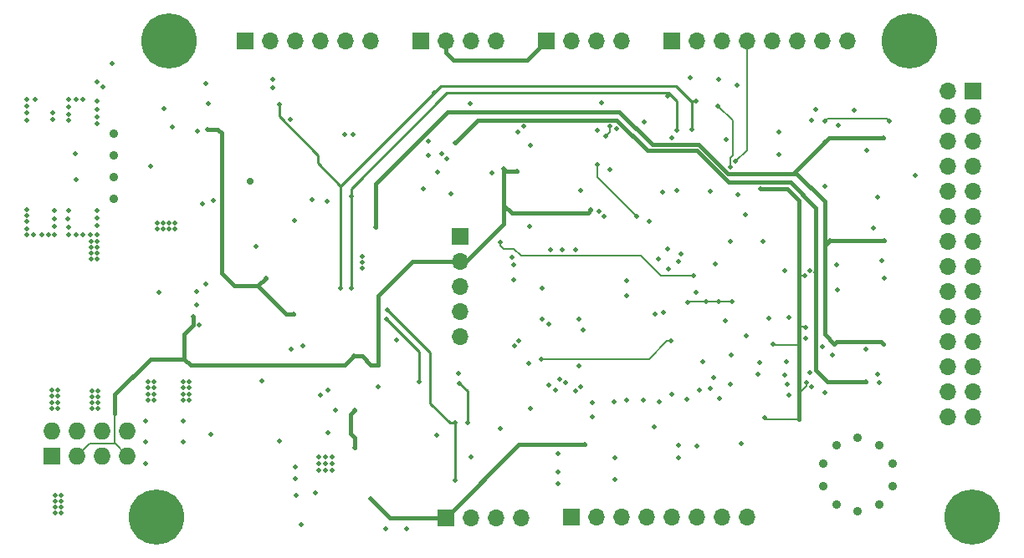
<source format=gbr>
G04 #@! TF.GenerationSoftware,KiCad,Pcbnew,5.99.0+really5.1.12+dfsg1-1*
G04 #@! TF.CreationDate,2022-02-16T13:53:17+08:00*
G04 #@! TF.ProjectId,PSLab,50534c61-622e-46b6-9963-61645f706362,v6.0-beta*
G04 #@! TF.SameCoordinates,Original*
G04 #@! TF.FileFunction,Copper,L3,Inr*
G04 #@! TF.FilePolarity,Positive*
%FSLAX46Y46*%
G04 Gerber Fmt 4.6, Leading zero omitted, Abs format (unit mm)*
G04 Created by KiCad (PCBNEW 5.99.0+really5.1.12+dfsg1-1) date 2022-02-16 13:53:17*
%MOMM*%
%LPD*%
G01*
G04 APERTURE LIST*
G04 #@! TA.AperFunction,ComponentPad*
%ADD10R,1.727200X1.727200*%
G04 #@! TD*
G04 #@! TA.AperFunction,ComponentPad*
%ADD11O,1.727200X1.727200*%
G04 #@! TD*
G04 #@! TA.AperFunction,ComponentPad*
%ADD12O,1.700000X1.700000*%
G04 #@! TD*
G04 #@! TA.AperFunction,ComponentPad*
%ADD13R,1.700000X1.700000*%
G04 #@! TD*
G04 #@! TA.AperFunction,ComponentPad*
%ADD14C,5.600000*%
G04 #@! TD*
G04 #@! TA.AperFunction,ViaPad*
%ADD15C,0.500000*%
G04 #@! TD*
G04 #@! TA.AperFunction,ViaPad*
%ADD16C,0.914400*%
G04 #@! TD*
G04 #@! TA.AperFunction,ViaPad*
%ADD17C,0.700000*%
G04 #@! TD*
G04 #@! TA.AperFunction,Conductor*
%ADD18C,0.400000*%
G04 #@! TD*
G04 #@! TA.AperFunction,Conductor*
%ADD19C,0.150000*%
G04 #@! TD*
G04 #@! TA.AperFunction,Conductor*
%ADD20C,0.200000*%
G04 #@! TD*
G04 #@! TA.AperFunction,Conductor*
%ADD21C,0.250000*%
G04 #@! TD*
G04 APERTURE END LIST*
D10*
X103365500Y-91237000D03*
D11*
X103365500Y-88697000D03*
X105905500Y-91237000D03*
X105905500Y-88697000D03*
X108445500Y-91237000D03*
X108445500Y-88697000D03*
X110985500Y-91237000D03*
X110985500Y-88697000D03*
D12*
X144660000Y-79172000D03*
X144660000Y-76632000D03*
X144660000Y-74092000D03*
X144660000Y-71552000D03*
D13*
X144660000Y-69012000D03*
D14*
X113940000Y-97440000D03*
X190150000Y-49200000D03*
X115210000Y-49190000D03*
X196480000Y-97430000D03*
D13*
X196520000Y-54280000D03*
D12*
X193980000Y-54280000D03*
X196520000Y-56820000D03*
X193980000Y-56820000D03*
X196520000Y-59360000D03*
X193980000Y-59360000D03*
X196520000Y-61900000D03*
X193980000Y-61900000D03*
X196520000Y-64440000D03*
X193980000Y-64440000D03*
X196520000Y-66980000D03*
X193980000Y-66980000D03*
X196520000Y-69520000D03*
X193980000Y-69520000D03*
X196520000Y-72060000D03*
X193980000Y-72060000D03*
X196520000Y-74600000D03*
X193980000Y-74600000D03*
X196520000Y-77140000D03*
X193980000Y-77140000D03*
X196520000Y-79680000D03*
X193980000Y-79680000D03*
X196520000Y-82220000D03*
X193980000Y-82220000D03*
X196520000Y-84760000D03*
X193980000Y-84760000D03*
X196520000Y-87300000D03*
X193980000Y-87300000D03*
D13*
X166040000Y-49200000D03*
D12*
X168580000Y-49200000D03*
X171120000Y-49200000D03*
X173660000Y-49200000D03*
X176200000Y-49200000D03*
X178740000Y-49200000D03*
X181280000Y-49200000D03*
X183820000Y-49200000D03*
X173660000Y-97460000D03*
X171120000Y-97460000D03*
X168580000Y-97460000D03*
X166040000Y-97460000D03*
X163500000Y-97460000D03*
X160960000Y-97460000D03*
X158420000Y-97460000D03*
D13*
X155880000Y-97460000D03*
X140640000Y-49200000D03*
D12*
X143180000Y-49200000D03*
X145720000Y-49200000D03*
X148260000Y-49200000D03*
D13*
X153340000Y-49200000D03*
D12*
X155880000Y-49200000D03*
X158420000Y-49200000D03*
X160960000Y-49200000D03*
X150800000Y-97494000D03*
X148260000Y-97494000D03*
X145720000Y-97494000D03*
D13*
X143180000Y-97494000D03*
X122860000Y-49200000D03*
D12*
X125400000Y-49200000D03*
X127940000Y-49200000D03*
X130480000Y-49200000D03*
X133020000Y-49200000D03*
X135560000Y-49200000D03*
D15*
X157259002Y-90112000D03*
X125000000Y-73200000D03*
X135600000Y-95600000D03*
X134000000Y-90400000D03*
X134000000Y-86600000D03*
X127813000Y-76822506D03*
X119050000Y-58134257D03*
X150068352Y-71849241D03*
X141412128Y-60787872D03*
X142800000Y-60600000D03*
X180250000Y-84250000D03*
X167000000Y-70750000D03*
X162500000Y-67000000D03*
X180000000Y-72500000D03*
X158500000Y-61750000D03*
X151100000Y-57824990D03*
X117950000Y-75950000D03*
X166738500Y-91427500D03*
X153811558Y-70320697D03*
X145700000Y-55500000D03*
X166738500Y-90157500D03*
X154991000Y-70345500D03*
X142350000Y-62450000D03*
X143300000Y-61100000D03*
X177750000Y-84000000D03*
X170500000Y-71750000D03*
X177500000Y-72500000D03*
X168250000Y-73000000D03*
X148700000Y-69600000D03*
X150500000Y-58400000D03*
X118250000Y-77950000D03*
X172516992Y-61392000D03*
X170750000Y-55750000D03*
X172000000Y-62000000D03*
X172750000Y-64750000D03*
X172000000Y-69474979D03*
X185700000Y-80400000D03*
X187100000Y-83800000D03*
X186460000Y-68170000D03*
X187310000Y-71470000D03*
X116637004Y-87681000D03*
X184500000Y-56200000D03*
X180600000Y-56100000D03*
X188074512Y-57328000D03*
X181534000Y-57327996D03*
X116637000Y-89840000D03*
X180200000Y-57200000D03*
X164400000Y-76900000D03*
X185788500Y-60249000D03*
X161468000Y-73457000D03*
X159817000Y-62217496D03*
X151700000Y-68000000D03*
X117970500Y-74536500D03*
X149900000Y-71100000D03*
X152900000Y-81400000D03*
X166000000Y-79600000D03*
X127559000Y-80442000D03*
X152959000Y-77330500D03*
D16*
X109620000Y-58534501D03*
D15*
X128000000Y-92400000D03*
X131260000Y-88860000D03*
X108500000Y-53800000D03*
X105800000Y-63200000D03*
X107900000Y-53300000D03*
X105700000Y-60600000D03*
X115500000Y-57900000D03*
X118095950Y-58300010D03*
D16*
X109637000Y-62991500D03*
D15*
X118600000Y-65700000D03*
D16*
X109637000Y-60771500D03*
D15*
X119651746Y-65355366D03*
X168900000Y-84600000D03*
X165212074Y-76657575D03*
X154546500Y-92888000D03*
X153594000Y-84094000D03*
X154546500Y-90983000D03*
X154265316Y-84596501D03*
X164760000Y-85720000D03*
X163160000Y-85620000D03*
X161510000Y-85620000D03*
X160210000Y-85720000D03*
X118900000Y-73800000D03*
X172000000Y-84000000D03*
X156700000Y-82100000D03*
X156800000Y-84200000D03*
X167600000Y-85500000D03*
X151600000Y-81900000D03*
X150101500Y-73393500D03*
X150183142Y-80072418D03*
X182900000Y-57700000D03*
X166100000Y-59000000D03*
X163300000Y-57400000D03*
X170000000Y-64400000D03*
X171600000Y-59200000D03*
X136322000Y-82029500D03*
X149086000Y-62154500D03*
X157860000Y-66320000D03*
X133860000Y-81120000D03*
X150400000Y-62400000D03*
X117650000Y-77100000D03*
X160324998Y-91427500D03*
X156297641Y-84612493D03*
X154740326Y-83507176D03*
X144100000Y-93700000D03*
X144132016Y-87872000D03*
X166549619Y-58218619D03*
X165675010Y-54800000D03*
X137300000Y-76400000D03*
X133600000Y-74200000D03*
X133600000Y-64900000D03*
X175056500Y-64122000D03*
X179700000Y-83800000D03*
X176300000Y-79900000D03*
X167700000Y-75700000D03*
X169500000Y-75600000D03*
X170800000Y-75600000D03*
X179600000Y-78200000D03*
X175500000Y-87400000D03*
X172200000Y-75600000D03*
X179540372Y-72959628D03*
X159800000Y-57800000D03*
X159400000Y-58800000D03*
X145402500Y-87871500D03*
X144600000Y-83875010D03*
X132575500Y-74224500D03*
X137200000Y-77400000D03*
X140500000Y-83700000D03*
X142036998Y-54407000D03*
X126335500Y-55600000D03*
X168120116Y-58138118D03*
X168500000Y-55250000D03*
X185725000Y-83680500D03*
X180645000Y-66091000D03*
X144155000Y-59500000D03*
X180643720Y-72590220D03*
X181534000Y-59423500D03*
X187503000Y-79870500D03*
X187503000Y-58979000D03*
X136100000Y-68100000D03*
X182486500Y-79870506D03*
X182038390Y-69393000D03*
X187535010Y-69393000D03*
X160324998Y-93586500D03*
X155314960Y-83811004D03*
X158737504Y-66472000D03*
X159200000Y-67000000D03*
X166600000Y-64300000D03*
X165100000Y-64500000D03*
X177900000Y-77200000D03*
X177700000Y-81700000D03*
X112827000Y-89776500D03*
X112827000Y-87681000D03*
X108000000Y-86450000D03*
X108000000Y-85850000D03*
X107400000Y-84650000D03*
X108000000Y-85250000D03*
X107400000Y-85850000D03*
X107400000Y-86450000D03*
X108000000Y-84650000D03*
X107400000Y-85250000D03*
X117250000Y-85550000D03*
X117250000Y-84950000D03*
X116650000Y-83750000D03*
X117250000Y-84350000D03*
X116650000Y-84950000D03*
X116650000Y-85550000D03*
X117250000Y-83750000D03*
X116650000Y-84350000D03*
X107900000Y-71300000D03*
X107900000Y-70700000D03*
X107300000Y-69500000D03*
X107900000Y-70100000D03*
X107300000Y-70700000D03*
X107300000Y-71300000D03*
X107900000Y-69500000D03*
X107300000Y-70100000D03*
X115800000Y-67600000D03*
X115200000Y-67600000D03*
X114000000Y-68200000D03*
X114600000Y-67600000D03*
X115200000Y-68200000D03*
X115800000Y-68200000D03*
X114000000Y-67600000D03*
X114600000Y-68200000D03*
X103900000Y-86400000D03*
X103900000Y-85800000D03*
X103300000Y-84600000D03*
X103900000Y-85200000D03*
X103300000Y-85800000D03*
X103300000Y-86400000D03*
X103900000Y-84600000D03*
X103300000Y-85200000D03*
X113700000Y-85550000D03*
X113700000Y-84950000D03*
X113100000Y-83750000D03*
X113700000Y-84350000D03*
X113100000Y-84950000D03*
X113100000Y-85550000D03*
X113700000Y-83750000D03*
X113100000Y-84350000D03*
X134700000Y-71600000D03*
X134700000Y-72200000D03*
X103600000Y-68800000D03*
X104250000Y-95850000D03*
X103650000Y-95850000D03*
X104250000Y-95250000D03*
X103650000Y-96450000D03*
X103650000Y-95250000D03*
X104250000Y-96450000D03*
X104250000Y-97050000D03*
X103650000Y-97050000D03*
D16*
X109637000Y-65202000D03*
X184900000Y-89411500D03*
D15*
X142293000Y-89147000D03*
D16*
X182707267Y-90123962D03*
X181352084Y-91989212D03*
X181352084Y-94294788D03*
X182707267Y-96160038D03*
X184900000Y-96872500D03*
X187092733Y-96160038D03*
X188447916Y-94294788D03*
X188447916Y-91989212D03*
X187092733Y-90123962D03*
D15*
X137084000Y-98603000D03*
X139243000Y-98603000D03*
X154546500Y-94031000D03*
X158039000Y-85839500D03*
X181534000Y-84823496D03*
X152959000Y-74219002D03*
X190741500Y-62789000D03*
X186931500Y-65011500D03*
X112827000Y-91999000D03*
X136322000Y-84188504D03*
X156320890Y-70345500D03*
X181534000Y-63932000D03*
X127846675Y-67419298D03*
X124000000Y-70000000D03*
D17*
X123400000Y-63400000D03*
D15*
X124600000Y-83600000D03*
X128025000Y-95200000D03*
X128600000Y-98200000D03*
X113300000Y-61900000D03*
X118900000Y-53500000D03*
X100800000Y-55100000D03*
X100800000Y-55800000D03*
X100800000Y-56500000D03*
X100800000Y-57200000D03*
X101600000Y-55100000D03*
X103400000Y-56500000D03*
X103400000Y-57100000D03*
X105000000Y-57200000D03*
X105000000Y-56600000D03*
X105000000Y-55900000D03*
X105000000Y-55100000D03*
X105800000Y-55100000D03*
X106500000Y-55100000D03*
X107900000Y-57600000D03*
X107900000Y-56100000D03*
X107900000Y-56900000D03*
X107900000Y-55300000D03*
X100800000Y-66300000D03*
X100800000Y-66900000D03*
X100800000Y-67500000D03*
X100800000Y-68200000D03*
X100800000Y-68800000D03*
X101500000Y-68800000D03*
X102300000Y-68800000D03*
X103000000Y-68800000D03*
X103600000Y-68000000D03*
X103570000Y-67230000D03*
X104970000Y-67230000D03*
X105000000Y-68100000D03*
X105000000Y-68800000D03*
X105800000Y-68800000D03*
X106500000Y-68800000D03*
X107200000Y-68800000D03*
X107900000Y-68800000D03*
X107900000Y-67900000D03*
X107900000Y-66400000D03*
X105000000Y-66400000D03*
X103600000Y-66400000D03*
X107900000Y-67100000D03*
X134700000Y-71000000D03*
X147860000Y-62520000D03*
X109400000Y-51500000D03*
X172115000Y-81055000D03*
X182760000Y-71870000D03*
X182860000Y-74420000D03*
X187610000Y-73220000D03*
X177460000Y-83020000D03*
X156800000Y-64300000D03*
X175300000Y-69500000D03*
X167900000Y-52900000D03*
X170800000Y-53100000D03*
X173600000Y-79100000D03*
X175900000Y-77300000D03*
X177900000Y-85100000D03*
X179600000Y-79300000D03*
X160500000Y-58100000D03*
X158975337Y-55424990D03*
X172700000Y-53700000D03*
X157100000Y-78500000D03*
X161500000Y-75000000D03*
X128700000Y-80100000D03*
X131235000Y-84565000D03*
X130500000Y-85100000D03*
X151800000Y-86400000D03*
X148700000Y-88500000D03*
X145736000Y-91364000D03*
X144515207Y-82839172D03*
X141400000Y-59300000D03*
X140900000Y-64200000D03*
X143700000Y-64700000D03*
X158000000Y-87300000D03*
X168600000Y-90200000D03*
X173100000Y-90000000D03*
X174800000Y-83000000D03*
X170900000Y-85400000D03*
X164300000Y-88300000D03*
X129700000Y-65300000D03*
X131200000Y-65400000D03*
X127500000Y-57100000D03*
X126400000Y-89700000D03*
X119400000Y-89050000D03*
X131010000Y-92040000D03*
X130300000Y-91300000D03*
X131000000Y-91300000D03*
X131700000Y-91300000D03*
X131700000Y-92000000D03*
X131700000Y-92700000D03*
X130300000Y-92000000D03*
X131000000Y-92700000D03*
X130300000Y-92700000D03*
X151800000Y-59800000D03*
X125700000Y-53100000D03*
X125700000Y-53900000D03*
X133000000Y-58700000D03*
X133800000Y-58700000D03*
X114200000Y-74650000D03*
X176900000Y-60700000D03*
X165605883Y-70265883D03*
X176898500Y-58407504D03*
X164750000Y-71250000D03*
X168500000Y-74700000D03*
X175000000Y-81800000D03*
X173500000Y-66750000D03*
X165750000Y-72250000D03*
X114700000Y-56000000D03*
X119200000Y-55500000D03*
X127960000Y-93520000D03*
X132060000Y-86620000D03*
X130000000Y-95000000D03*
X138225000Y-79475000D03*
X182300000Y-81000000D03*
X181300000Y-80200000D03*
X170300000Y-83300000D03*
X169200000Y-81700000D03*
X171500000Y-77500000D03*
X158500000Y-58250000D03*
X166750000Y-71500000D03*
X163750000Y-67500000D03*
X186924990Y-83000000D03*
X180000000Y-82750000D03*
X170000000Y-84400000D03*
X156700000Y-77400000D03*
X153600000Y-77900000D03*
X150613588Y-79585354D03*
X166100000Y-85000000D03*
D18*
X143180000Y-97494000D02*
X150562000Y-90112000D01*
X150562000Y-90112000D02*
X157259002Y-90112000D01*
X127813000Y-76822506D02*
X127022506Y-76822506D01*
X127022506Y-76822506D02*
X124200000Y-74000000D01*
X124200000Y-74000000D02*
X125000000Y-73200000D01*
X135600000Y-95600000D02*
X137494000Y-97494000D01*
X137494000Y-97494000D02*
X143180000Y-97494000D01*
X134000000Y-89400000D02*
X134000000Y-90400000D01*
X133570000Y-88970000D02*
X134000000Y-89400000D01*
X133570000Y-87030000D02*
X133570000Y-88970000D01*
X133570000Y-87030000D02*
X134000000Y-86600000D01*
X121800000Y-74000000D02*
X124200000Y-74000000D01*
X120500000Y-72700000D02*
X120500000Y-58500000D01*
X120500000Y-72700000D02*
X121800000Y-74000000D01*
X120134257Y-58134257D02*
X119050000Y-58134257D01*
X120500000Y-58500000D02*
X120134257Y-58134257D01*
D19*
X162500000Y-67000000D02*
X158500000Y-63000000D01*
X158500000Y-63000000D02*
X158500000Y-61750000D01*
X148700000Y-69900000D02*
X148700000Y-69600000D01*
X150789776Y-70971999D02*
X150036777Y-70219000D01*
X150036777Y-70219000D02*
X149019000Y-70219000D01*
X162971999Y-70971999D02*
X150789776Y-70971999D01*
X149019000Y-70219000D02*
X148700000Y-69900000D01*
X165000000Y-73000000D02*
X162971999Y-70971999D01*
X168250000Y-73000000D02*
X165000000Y-73000000D01*
X173660000Y-49200000D02*
X173660000Y-60248992D01*
X173660000Y-60248992D02*
X172516992Y-61392000D01*
X170750000Y-55750000D02*
X172250000Y-57250000D01*
X172250000Y-57250000D02*
X172250000Y-60750000D01*
X172250000Y-60750000D02*
X172000000Y-61000000D01*
X172000000Y-61000000D02*
X172000000Y-62000000D01*
X188074512Y-57328000D02*
X187824513Y-57078001D01*
X187824513Y-57078001D02*
X181783995Y-57078001D01*
X181783995Y-57078001D02*
X181534000Y-57327996D01*
X152900000Y-81400000D02*
X163800000Y-81400000D01*
X163800000Y-81400000D02*
X165600000Y-79600000D01*
X165600000Y-79600000D02*
X166000000Y-79600000D01*
D18*
X143180000Y-49200000D02*
X143180000Y-50340000D01*
X143180000Y-50340000D02*
X143960000Y-51120000D01*
X151420000Y-51120000D02*
X153340000Y-49200000D01*
X143960000Y-51120000D02*
X151420000Y-51120000D01*
X116739999Y-81399999D02*
X116739999Y-78890001D01*
X149086000Y-65846000D02*
X149860000Y-66620000D01*
X149086000Y-65846000D02*
X149086000Y-62154500D01*
X157560000Y-66620000D02*
X157860000Y-66320000D01*
X149860000Y-66620000D02*
X157560000Y-66620000D01*
X149086000Y-67678000D02*
X149086000Y-65846000D01*
X145212000Y-71552000D02*
X149086000Y-67678000D01*
X139789998Y-71552000D02*
X144660000Y-71552000D01*
X136322000Y-75019998D02*
X139789998Y-71552000D01*
X136322000Y-82029500D02*
X136322000Y-75019998D01*
X132950500Y-82029500D02*
X133860000Y-81120000D01*
X117369500Y-82029500D02*
X132950500Y-82029500D01*
X116739999Y-81399999D02*
X117369500Y-82029500D01*
X135629500Y-82029500D02*
X136322000Y-82029500D01*
X134720000Y-81120000D02*
X135629500Y-82029500D01*
X133860000Y-81120000D02*
X134720000Y-81120000D01*
X149331500Y-62400000D02*
X149086000Y-62154500D01*
X150400000Y-62400000D02*
X149331500Y-62400000D01*
D20*
X110985500Y-91237000D02*
X109748500Y-90000000D01*
X107142500Y-90000000D02*
X105905500Y-91237000D01*
X109748500Y-90000000D02*
X107142500Y-90000000D01*
X109700000Y-86978202D02*
X109700000Y-90000000D01*
D18*
X117590000Y-78040000D02*
X117650000Y-77980000D01*
X116739999Y-78890001D02*
X117590000Y-78040000D01*
X117650000Y-77980000D02*
X117650000Y-77100000D01*
X109700000Y-85000000D02*
X109700000Y-86978202D01*
X113300001Y-81399999D02*
X109700000Y-85000000D01*
X116739999Y-81399999D02*
X113300001Y-81399999D01*
D21*
X166585804Y-58182434D02*
X166549619Y-58218619D01*
X166585804Y-55261433D02*
X166585804Y-58182434D01*
X144132016Y-93667984D02*
X144132016Y-87872000D01*
X144100000Y-93700000D02*
X144132016Y-93667984D01*
X141629865Y-83450135D02*
X141629865Y-85889865D01*
X143612000Y-87872000D02*
X144132016Y-87872000D01*
X141629865Y-85889865D02*
X143612000Y-87872000D01*
X165762186Y-54437814D02*
X166585804Y-55261433D01*
X165675010Y-54524990D02*
X165675010Y-54800000D01*
X165762186Y-54437814D02*
X165675010Y-54524990D01*
X141629865Y-83450135D02*
X141629865Y-81129865D01*
X141629865Y-81129865D02*
X141629865Y-80729865D01*
X141629865Y-80729865D02*
X137300000Y-76400000D01*
X133600000Y-64150000D02*
X133600000Y-64570006D01*
X143312186Y-54437814D02*
X133600000Y-64150000D01*
X165762186Y-54437814D02*
X143312186Y-54437814D01*
X133600000Y-64900000D02*
X133600000Y-74200000D01*
X133600000Y-64570006D02*
X133600000Y-64900000D01*
D18*
X177722000Y-64122000D02*
X175056500Y-64122000D01*
X178929000Y-65329000D02*
X177722000Y-64122000D01*
D19*
X179700000Y-84158000D02*
X178929000Y-84929000D01*
X179700000Y-83800000D02*
X179700000Y-84158000D01*
D18*
X178929000Y-87551000D02*
X178929000Y-84929000D01*
D19*
X176371000Y-79971000D02*
X176300000Y-79900000D01*
X178929000Y-79971000D02*
X176371000Y-79971000D01*
D18*
X178929000Y-84929000D02*
X178929000Y-79971000D01*
D19*
X167800000Y-75600000D02*
X167700000Y-75700000D01*
X169500000Y-75600000D02*
X167800000Y-75600000D01*
X170800000Y-75600000D02*
X169500000Y-75600000D01*
X179571000Y-78171000D02*
X179600000Y-78200000D01*
X178929000Y-78171000D02*
X179571000Y-78171000D01*
D18*
X178929000Y-79971000D02*
X178929000Y-78171000D01*
X178929000Y-78171000D02*
X178929000Y-72971000D01*
X178929000Y-72971000D02*
X178929000Y-65329000D01*
D19*
X175651000Y-87551000D02*
X175500000Y-87400000D01*
X178929000Y-87551000D02*
X175651000Y-87551000D01*
X172200000Y-75600000D02*
X170800000Y-75600000D01*
X179529000Y-72971000D02*
X179540372Y-72959628D01*
X178929000Y-72971000D02*
X179529000Y-72971000D01*
X159800000Y-58400000D02*
X159400000Y-58800000D01*
X159800000Y-57800000D02*
X159800000Y-58400000D01*
D21*
X145402500Y-84677510D02*
X144600000Y-83875010D01*
X145402500Y-87871500D02*
X145402500Y-84677510D01*
X132575500Y-64630500D02*
X132575500Y-74224500D01*
X140500000Y-80700000D02*
X137200000Y-77400000D01*
X140500000Y-83700000D02*
X140500000Y-80700000D01*
X130261253Y-60738747D02*
X126335500Y-56812994D01*
X126335500Y-56812994D02*
X126335500Y-55600000D01*
X168120116Y-55370116D02*
X168240232Y-55250000D01*
X168120116Y-55370116D02*
X168120116Y-58138118D01*
X168500000Y-55250000D02*
X168240232Y-55250000D01*
X168000000Y-55250000D02*
X168240232Y-55250000D01*
X142036998Y-54407000D02*
X142693998Y-53750000D01*
X142693998Y-53750000D02*
X166500000Y-53750000D01*
X166500000Y-53750000D02*
X168000000Y-55250000D01*
X132575500Y-64630500D02*
X132575500Y-64152994D01*
X132575500Y-64224500D02*
X132575500Y-64630500D01*
X132575500Y-63868498D02*
X132575500Y-64224500D01*
X142036998Y-54407000D02*
X132575500Y-63868498D01*
X130261253Y-61554251D02*
X132575500Y-63868498D01*
X130261253Y-60738747D02*
X130261253Y-61554251D01*
D18*
X180645000Y-72588940D02*
X180643720Y-72590220D01*
X180645000Y-66091000D02*
X180645000Y-72588940D01*
X185725000Y-83680500D02*
X181818502Y-83680500D01*
X180643720Y-82505718D02*
X180643720Y-72590220D01*
X181818502Y-83680500D02*
X180643720Y-82505718D01*
X160500000Y-57200000D02*
X146455000Y-57200000D01*
X163600000Y-60300000D02*
X160500000Y-57200000D01*
X146455000Y-57200000D02*
X144155000Y-59500000D01*
X168600000Y-60300000D02*
X163600000Y-60300000D01*
X171821999Y-63521999D02*
X168600000Y-60300000D01*
X178075999Y-63521999D02*
X171821999Y-63521999D01*
X180645000Y-66091000D02*
X178075999Y-63521999D01*
X182038390Y-69393000D02*
X181534000Y-69897390D01*
X181978500Y-58979000D02*
X178359000Y-62598500D01*
X187503000Y-58979000D02*
X181978500Y-58979000D01*
X181534000Y-65434000D02*
X181534000Y-69897390D01*
X178698500Y-62598500D02*
X181534000Y-65434000D01*
X178359000Y-62598500D02*
X178698500Y-62598500D01*
X181534000Y-78918006D02*
X182486500Y-79870506D01*
X181534000Y-69897390D02*
X181534000Y-78918006D01*
X182038390Y-69393000D02*
X187535010Y-69393000D01*
X187503000Y-79870500D02*
X187253001Y-79620501D01*
X187253001Y-79620501D02*
X182736505Y-79620501D01*
X182736505Y-79620501D02*
X182486500Y-79870506D01*
X136100000Y-63646000D02*
X136100000Y-68100000D01*
X143376011Y-56369989D02*
X136100000Y-63646000D01*
X160769989Y-56369989D02*
X143376011Y-56369989D01*
X164100000Y-59700000D02*
X160769989Y-56369989D01*
X168811996Y-59700000D02*
X164100000Y-59700000D01*
X171711998Y-62600002D02*
X168811996Y-59700000D01*
X178357498Y-62600002D02*
X171711998Y-62600002D01*
X178359000Y-62598500D02*
X178357498Y-62600002D01*
M02*

</source>
